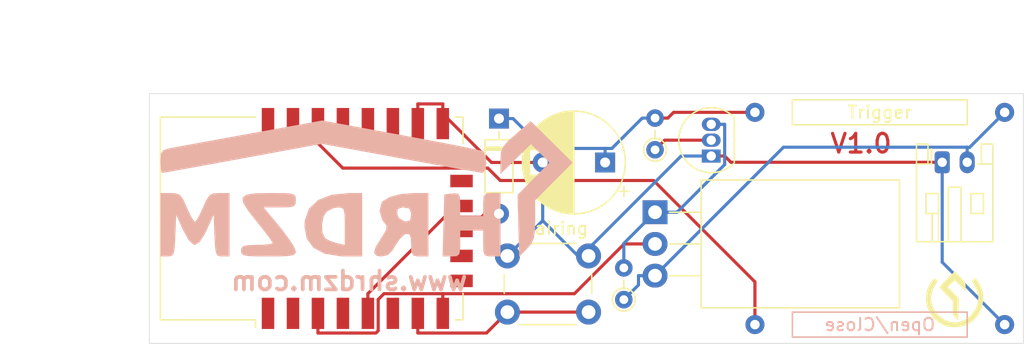
<source format=kicad_pcb>
(kicad_pcb (version 20171130) (host pcbnew "(5.1.9)-1")

  (general
    (thickness 1.6)
    (drawings 8)
    (tracks 72)
    (zones 0)
    (modules 13)
    (nets 25)
  )

  (page A4)
  (layers
    (0 F.Cu signal)
    (31 B.Cu signal)
    (32 B.Adhes user)
    (33 F.Adhes user)
    (34 B.Paste user)
    (35 F.Paste user)
    (36 B.SilkS user)
    (37 F.SilkS user)
    (38 B.Mask user)
    (39 F.Mask user)
    (40 Dwgs.User user)
    (41 Cmts.User user)
    (42 Eco1.User user)
    (43 Eco2.User user)
    (44 Edge.Cuts user)
    (45 Margin user)
    (46 B.CrtYd user)
    (47 F.CrtYd user)
    (48 B.Fab user)
    (49 F.Fab user)
  )

  (setup
    (last_trace_width 0.25)
    (trace_clearance 0.2)
    (zone_clearance 0.508)
    (zone_45_only no)
    (trace_min 0.2)
    (via_size 0.8)
    (via_drill 0.4)
    (via_min_size 0.4)
    (via_min_drill 0.3)
    (uvia_size 0.3)
    (uvia_drill 0.1)
    (uvias_allowed no)
    (uvia_min_size 0.2)
    (uvia_min_drill 0.1)
    (edge_width 0.05)
    (segment_width 0.2)
    (pcb_text_width 0.3)
    (pcb_text_size 1.5 1.5)
    (mod_edge_width 0.12)
    (mod_text_size 1 1)
    (mod_text_width 0.15)
    (pad_size 1.524 1.524)
    (pad_drill 0.762)
    (pad_to_mask_clearance 0)
    (aux_axis_origin 0 0)
    (visible_elements 7FFFFFFF)
    (pcbplotparams
      (layerselection 0x010fc_ffffffff)
      (usegerberextensions false)
      (usegerberattributes true)
      (usegerberadvancedattributes true)
      (creategerberjobfile true)
      (excludeedgelayer true)
      (linewidth 0.100000)
      (plotframeref false)
      (viasonmask false)
      (mode 1)
      (useauxorigin false)
      (hpglpennumber 1)
      (hpglpenspeed 20)
      (hpglpendiameter 15.000000)
      (psnegative false)
      (psa4output false)
      (plotreference true)
      (plotvalue true)
      (plotinvisibletext false)
      (padsonsilk false)
      (subtractmaskfromsilk false)
      (outputformat 1)
      (mirror false)
      (drillshape 1)
      (scaleselection 1)
      (outputdirectory ""))
  )

  (net 0 "")
  (net 1 "Net-(C1-Pad1)")
  (net 2 GND)
  (net 3 "Net-(D1-Pad2)")
  (net 4 +3V3)
  (net 5 "Net-(Q2-Pad2)")
  (net 6 "Net-(SW2-Pad1)")
  (net 7 "Net-(SW3-Pad1)")
  (net 8 "Net-(U1-Pad1)")
  (net 9 "Net-(U1-Pad2)")
  (net 10 "Net-(U1-Pad4)")
  (net 11 "Net-(U1-Pad6)")
  (net 12 "Net-(U1-Pad9)")
  (net 13 "Net-(U1-Pad10)")
  (net 14 "Net-(U1-Pad11)")
  (net 15 "Net-(U1-Pad12)")
  (net 16 "Net-(U1-Pad13)")
  (net 17 "Net-(U1-Pad14)")
  (net 18 "Net-(U1-Pad17)")
  (net 19 "Net-(U1-Pad18)")
  (net 20 "Net-(U1-Pad19)")
  (net 21 "Net-(U1-Pad21)")
  (net 22 "Net-(U1-Pad22)")
  (net 23 "Net-(Q1-Pad2)")
  (net 24 "Net-(Q1-Pad3)")

  (net_class Default "This is the default net class."
    (clearance 0.2)
    (trace_width 0.25)
    (via_dia 0.8)
    (via_drill 0.4)
    (uvia_dia 0.3)
    (uvia_drill 0.1)
    (add_net +3V3)
    (add_net GND)
    (add_net "Net-(C1-Pad1)")
    (add_net "Net-(D1-Pad2)")
    (add_net "Net-(Q1-Pad2)")
    (add_net "Net-(Q1-Pad3)")
    (add_net "Net-(Q2-Pad2)")
    (add_net "Net-(SW2-Pad1)")
    (add_net "Net-(SW3-Pad1)")
    (add_net "Net-(U1-Pad1)")
    (add_net "Net-(U1-Pad10)")
    (add_net "Net-(U1-Pad11)")
    (add_net "Net-(U1-Pad12)")
    (add_net "Net-(U1-Pad13)")
    (add_net "Net-(U1-Pad14)")
    (add_net "Net-(U1-Pad17)")
    (add_net "Net-(U1-Pad18)")
    (add_net "Net-(U1-Pad19)")
    (add_net "Net-(U1-Pad2)")
    (add_net "Net-(U1-Pad21)")
    (add_net "Net-(U1-Pad22)")
    (add_net "Net-(U1-Pad4)")
    (add_net "Net-(U1-Pad6)")
    (add_net "Net-(U1-Pad9)")
  )

  (module "SHRDZM:SHRDZM 33x11" (layer B.Cu) (tedit 0) (tstamp 6058FE3F)
    (at 54 50.5 180)
    (fp_text reference G2 (at 0 0) (layer B.SilkS) hide
      (effects (font (size 1.524 1.524) (thickness 0.3)) (justify mirror))
    )
    (fp_text value LOGO (at 0.75 0) (layer B.SilkS) hide
      (effects (font (size 1.524 1.524) (thickness 0.3)) (justify mirror))
    )
    (fp_poly (pts (xy -11.834091 4.24028) (xy -11.189823 3.659697) (xy -10.826172 3.229197) (xy -10.663573 2.809819)
      (xy -10.622463 2.262601) (xy -10.621818 2.123008) (xy -10.621818 1.054867) (xy -11.839933 2.257851)
      (xy -13.058048 3.460834) (xy -13.801539 2.717343) (xy -14.545029 1.973852) (xy -13.267906 0.683262)
      (xy -11.990782 -0.607328) (xy -12.056755 -3.090599) (xy -12.122727 -5.573871) (xy -12.757727 -4.910209)
      (xy -13.100825 -4.500821) (xy -13.292543 -4.07639) (xy -13.37559 -3.484816) (xy -13.392727 -2.648614)
      (xy -13.392727 -1.05068) (xy -14.893628 0.461811) (xy -16.39453 1.974302) (xy -13.046364 5.289412)
      (xy -11.834091 4.24028)) (layer B.SilkS) (width 0.01))
    (fp_poly (pts (xy -9.484909 -0.498292) (xy -9.287451 -0.695944) (xy -9.237457 -1.187122) (xy -9.236364 -1.385454)
      (xy -9.236364 -2.309091) (xy -7.389091 -2.309091) (xy -7.389091 -1.370117) (xy -7.364956 -0.775193)
      (xy -7.233747 -0.521424) (xy -6.907262 -0.488531) (xy -6.754091 -0.504208) (xy -6.119091 -0.577272)
      (xy -6.053552 -3.059545) (xy -5.988012 -5.541818) (xy -6.688552 -5.541818) (xy -7.119278 -5.512352)
      (xy -7.32328 -5.340367) (xy -7.385084 -4.900487) (xy -7.389091 -4.502727) (xy -7.389091 -3.463636)
      (xy -9.236364 -3.463636) (xy -9.236364 -4.502727) (xy -9.256445 -5.14168) (xy -9.37239 -5.444309)
      (xy -9.667753 -5.535944) (xy -9.929091 -5.541818) (xy -10.621818 -5.541818) (xy -10.621818 -0.461818)
      (xy -9.929091 -0.461818) (xy -9.484909 -0.498292)) (layer B.SilkS) (width 0.01))
    (fp_poly (pts (xy -2.642837 -0.546235) (xy -1.764684 -0.776401) (xy -1.193038 -1.117685) (xy -1.105054 -1.226718)
      (xy -0.93439 -1.882505) (xy -1.127254 -2.569532) (xy -1.290102 -2.793121) (xy -1.491165 -3.07761)
      (xy -1.479224 -3.371679) (xy -1.227204 -3.825884) (xy -1.059193 -4.077178) (xy -0.615248 -4.812785)
      (xy -0.49648 -5.268546) (xy -0.704158 -5.493792) (xy -1.096818 -5.541194) (xy -1.58461 -5.436356)
      (xy -1.972164 -5.051108) (xy -2.193636 -4.67801) (xy -2.572771 -4.120334) (xy -2.957725 -3.777117)
      (xy -3.059545 -3.738066) (xy -3.321578 -3.769813) (xy -3.439795 -4.068632) (xy -3.463636 -4.60125)
      (xy -3.489728 -5.200492) (xy -3.632454 -5.469616) (xy -3.988494 -5.539887) (xy -4.156364 -5.541818)
      (xy -4.849091 -5.541818) (xy -4.849091 -2.209696) (xy -3.463636 -2.209696) (xy -3.388255 -2.642177)
      (xy -3.083953 -2.743785) (xy -2.944091 -2.729241) (xy -2.477274 -2.466292) (xy -2.350758 -2.135909)
      (xy -2.38173 -1.747837) (xy -2.711239 -1.621022) (xy -2.870304 -1.616363) (xy -3.316807 -1.70486)
      (xy -3.459257 -2.062941) (xy -3.463636 -2.209696) (xy -4.849091 -2.209696) (xy -4.849091 -0.461818)
      (xy -3.709578 -0.461818) (xy -2.642837 -0.546235)) (layer B.SilkS) (width 0.01))
    (fp_poly (pts (xy 1.443182 -0.463106) (xy 2.892018 -0.603587) (xy 3.980493 -1.017315) (xy 4.701492 -1.699123)
      (xy 5.0479 -2.64384) (xy 5.08 -3.104872) (xy 4.899507 -4.116709) (xy 4.354574 -4.8559)
      (xy 3.440015 -5.326202) (xy 2.150647 -5.53137) (xy 1.716786 -5.541818) (xy 0.461818 -5.541818)
      (xy 0.461818 -3.121672) (xy 1.847273 -3.121672) (xy 1.847273 -4.62698) (xy 2.482273 -4.475287)
      (xy 3.058327 -4.283473) (xy 3.405909 -4.09625) (xy 3.632366 -3.669201) (xy 3.681523 -3.027147)
      (xy 3.560684 -2.378403) (xy 3.331688 -1.97922) (xy 2.816415 -1.68904) (xy 2.408052 -1.616363)
      (xy 2.106819 -1.64469) (xy 1.938836 -1.799044) (xy 1.865337 -2.183485) (xy 1.847557 -2.902073)
      (xy 1.847273 -3.121672) (xy 0.461818 -3.121672) (xy 0.461818 -0.461818) (xy 1.443182 -0.463106)) (layer B.SilkS) (width 0.01))
    (fp_poly (pts (xy 9.012665 -0.486845) (xy 9.733746 -0.59657) (xy 10.04551 -0.842964) (xy 9.972067 -1.277993)
      (xy 9.537529 -1.953626) (xy 8.915182 -2.740129) (xy 8.337411 -3.461922) (xy 7.892447 -4.04747)
      (xy 7.647299 -4.407237) (xy 7.62 -4.470704) (xy 7.828873 -4.551485) (xy 8.367658 -4.605052)
      (xy 8.89 -4.618181) (xy 9.623931 -4.638226) (xy 10.006267 -4.724894) (xy 10.146455 -4.917981)
      (xy 10.16 -5.08) (xy 10.126875 -5.294643) (xy 9.970391 -5.43011) (xy 9.604881 -5.504437)
      (xy 8.944679 -5.535658) (xy 7.966364 -5.541818) (xy 6.940998 -5.533022) (xy 6.293239 -5.49612)
      (xy 5.93904 -5.415343) (xy 5.794356 -5.274919) (xy 5.772727 -5.130205) (xy 5.913733 -4.773596)
      (xy 6.289794 -4.178026) (xy 6.830471 -3.450873) (xy 7.060215 -3.167477) (xy 8.347703 -1.616363)
      (xy 7.060215 -1.616363) (xy 6.326626 -1.60185) (xy 5.942405 -1.524744) (xy 5.795266 -1.334701)
      (xy 5.772727 -1.039091) (xy 5.789188 -0.766199) (xy 5.897714 -0.596586) (xy 6.18702 -0.505696)
      (xy 6.745821 -0.468969) (xy 7.662833 -0.46185) (xy 7.858156 -0.461818) (xy 9.012665 -0.486845)) (layer B.SilkS) (width 0.01))
    (fp_poly (pts (xy 12.395429 -0.496136) (xy 12.712548 -0.670983) (xy 12.97747 -1.094195) (xy 13.205401 -1.616363)
      (xy 13.499891 -2.25622) (xy 13.747657 -2.675473) (xy 13.854545 -2.770909) (xy 14.029365 -2.576068)
      (xy 14.299208 -2.074721) (xy 14.50369 -1.616363) (xy 14.806606 -0.946186) (xy 15.073805 -0.602406)
      (xy 15.426784 -0.477186) (xy 15.804476 -0.461818) (xy 16.625455 -0.461818) (xy 16.625455 -5.541818)
      (xy 16.058298 -5.541818) (xy 15.764735 -5.515048) (xy 15.589308 -5.368948) (xy 15.494585 -5.004829)
      (xy 15.443132 -4.324002) (xy 15.423298 -3.867727) (xy 15.355455 -2.193636) (xy 14.807474 -3.405909)
      (xy 14.367728 -4.212638) (xy 13.976133 -4.590872) (xy 13.854545 -4.618181) (xy 13.483463 -4.393411)
      (xy 13.058569 -3.732945) (xy 12.901617 -3.405909) (xy 12.353636 -2.193636) (xy 12.285793 -3.867727)
      (xy 12.241738 -4.731043) (xy 12.171965 -5.231377) (xy 12.039041 -5.467418) (xy 11.805533 -5.537853)
      (xy 11.650793 -5.541818) (xy 11.083636 -5.541818) (xy 11.083636 -0.461818) (xy 11.904615 -0.461818)
      (xy 12.395429 -0.496136)) (layer B.SilkS) (width 0.01))
    (fp_poly (pts (xy 9.507674 4.282939) (xy 11.126873 3.989434) (xy 12.624181 3.716941) (xy 13.930633 3.478097)
      (xy 14.977259 3.28554) (xy 15.695094 3.151906) (xy 15.990455 3.095066) (xy 16.406115 2.953097)
      (xy 16.586503 2.656263) (xy 16.625455 2.059835) (xy 16.592207 1.488044) (xy 16.509347 1.174789)
      (xy 16.47846 1.154546) (xy 16.221645 1.194824) (xy 15.57016 1.308525) (xy 14.583428 1.484945)
      (xy 13.320871 1.713382) (xy 11.84191 1.983134) (xy 10.205968 2.283497) (xy 10.013005 2.319048)
      (xy 3.694545 3.483549) (xy -2.623915 2.319048) (xy -4.281064 2.015312) (xy -5.79457 1.741111)
      (xy -7.10359 1.507211) (xy -8.14728 1.324378) (xy -8.864797 1.203378) (xy -9.1953 1.154978)
      (xy -9.204824 1.154546) (xy -9.380197 1.357546) (xy -9.465563 1.857732) (xy -9.467273 1.9491)
      (xy -9.410457 2.521007) (xy -9.271728 2.861281) (xy -9.252347 2.876486) (xy -8.977171 2.951304)
      (xy -8.307694 3.096173) (xy -7.304101 3.299185) (xy -6.026578 3.548434) (xy -4.535311 3.83201)
      (xy -2.890485 4.138006) (xy -2.688764 4.175094) (xy 3.659894 5.34087) (xy 9.507674 4.282939)) (layer B.SilkS) (width 0.01))
  )

  (module "SHRDZM:SHRDZM Symbol 5x5" (layer F.Cu) (tedit 0) (tstamp 6058FD46)
    (at 101 59.5)
    (fp_text reference G1 (at 0 0) (layer F.SilkS) hide
      (effects (font (size 1.524 1.524) (thickness 0.3)))
    )
    (fp_text value LOGO (at 0.75 0) (layer F.SilkS) hide
      (effects (font (size 1.524 1.524) (thickness 0.3)))
    )
    (fp_poly (pts (xy -1.506686 -1.625883) (xy -1.503334 -1.622852) (xy -1.398724 -1.505223) (xy -1.412956 -1.400282)
      (xy -1.469728 -1.316374) (xy -1.75387 -0.815712) (xy -1.886962 -0.30033) (xy -1.870112 0.211618)
      (xy -1.704429 0.701978) (xy -1.391021 1.152595) (xy -1.314082 1.233002) (xy -0.864498 1.5863)
      (xy -0.389162 1.785985) (xy 0.097619 1.832058) (xy 0.581538 1.724518) (xy 1.048286 1.463366)
      (xy 1.314081 1.233002) (xy 1.655709 0.792086) (xy 1.849824 0.307945) (xy 1.895319 -0.201268)
      (xy 1.791085 -0.717399) (xy 1.536013 -1.222293) (xy 1.469727 -1.316374) (xy 1.392661 -1.44994)
      (xy 1.429417 -1.550408) (xy 1.503333 -1.622852) (xy 1.595643 -1.694892) (xy 1.669653 -1.693628)
      (xy 1.758787 -1.598696) (xy 1.896469 -1.389728) (xy 1.903109 -1.379261) (xy 2.154504 -0.894106)
      (xy 2.275576 -0.412973) (xy 2.281585 0.121397) (xy 2.159228 0.698) (xy 1.896881 1.216996)
      (xy 1.509151 1.656847) (xy 1.010647 1.996013) (xy 1.009923 1.996385) (xy 0.657971 2.119791)
      (xy 0.226438 2.189529) (xy -0.218985 2.201228) (xy -0.612607 2.150515) (xy -0.738348 2.112708)
      (xy -1.277564 1.834626) (xy -1.717995 1.449179) (xy -2.044617 0.977102) (xy -2.242407 0.439127)
      (xy -2.297949 -0.039688) (xy -2.260217 -0.53047) (xy -2.125067 -0.969971) (xy -1.902146 -1.380781)
      (xy -1.762284 -1.59393) (xy -1.672115 -1.692258) (xy -1.598096 -1.696122) (xy -1.506686 -1.625883)) (layer F.SilkS) (width 0.01))
    (fp_poly (pts (xy 0.436196 -1.825987) (xy 0.66022 -1.596669) (xy 0.791224 -1.429677) (xy 0.853769 -1.280676)
      (xy 0.872417 -1.105331) (xy 0.873125 -1.037298) (xy 0.873125 -0.680111) (xy 0.43736 -1.110462)
      (xy 0.001596 -1.540814) (xy -0.278011 -1.269809) (xy -0.557617 -0.998804) (xy 0.322975 -0.108926)
      (xy 0.300394 0.784464) (xy 0.277812 1.677854) (xy 0.059531 1.44974) (xy -0.057965 1.309741)
      (xy -0.123848 1.16476) (xy -0.15261 0.9629) (xy -0.15875 0.668051) (xy -0.15875 0.114476)
      (xy -0.674688 -0.396875) (xy -0.902046 -0.630826) (xy -1.078259 -0.828545) (xy -1.177694 -0.960471)
      (xy -1.190625 -0.991882) (xy -1.137382 -1.079261) (xy -0.993484 -1.249778) (xy -0.782674 -1.476507)
      (xy -0.595679 -1.666512) (xy -0.000732 -2.257487) (xy 0.436196 -1.825987)) (layer F.SilkS) (width 0.01))
  )

  (module Package_TO_SOT_THT:TO-92_Inline (layer F.Cu) (tedit 5A1DD157) (tstamp 6058CE04)
    (at 81.5 48 90)
    (descr "TO-92 leads in-line, narrow, oval pads, drill 0.75mm (see NXP sot054_po.pdf)")
    (tags "to-92 sc-43 sc-43a sot54 PA33 transistor")
    (path /6057A176)
    (fp_text reference Q1 (at 1.27 -3.56 90) (layer F.SilkS) hide
      (effects (font (size 1 1) (thickness 0.15)))
    )
    (fp_text value 2N2222 (at 1.27 2.79 90) (layer F.Fab)
      (effects (font (size 1 1) (thickness 0.15)))
    )
    (fp_line (start -0.53 1.85) (end 3.07 1.85) (layer F.SilkS) (width 0.12))
    (fp_line (start -0.5 1.75) (end 3 1.75) (layer F.Fab) (width 0.1))
    (fp_line (start -1.46 -2.73) (end 4 -2.73) (layer F.CrtYd) (width 0.05))
    (fp_line (start -1.46 -2.73) (end -1.46 2.01) (layer F.CrtYd) (width 0.05))
    (fp_line (start 4 2.01) (end 4 -2.73) (layer F.CrtYd) (width 0.05))
    (fp_line (start 4 2.01) (end -1.46 2.01) (layer F.CrtYd) (width 0.05))
    (fp_arc (start 1.27 0) (end 1.27 -2.6) (angle 135) (layer F.SilkS) (width 0.12))
    (fp_arc (start 1.27 0) (end 1.27 -2.48) (angle -135) (layer F.Fab) (width 0.1))
    (fp_arc (start 1.27 0) (end 1.27 -2.6) (angle -135) (layer F.SilkS) (width 0.12))
    (fp_arc (start 1.27 0) (end 1.27 -2.48) (angle 135) (layer F.Fab) (width 0.1))
    (fp_text user %R (at 1.27 0 90) (layer F.Fab)
      (effects (font (size 1 1) (thickness 0.15)))
    )
    (pad 1 thru_hole rect (at 0 0 90) (size 1.05 1.5) (drill 0.75) (layers *.Cu *.Mask)
      (net 2 GND))
    (pad 3 thru_hole oval (at 2.54 0 90) (size 1.05 1.5) (drill 0.75) (layers *.Cu *.Mask)
      (net 24 "Net-(Q1-Pad3)"))
    (pad 2 thru_hole oval (at 1.27 0 90) (size 1.05 1.5) (drill 0.75) (layers *.Cu *.Mask)
      (net 23 "Net-(Q1-Pad2)"))
    (model ${KISYS3DMOD}/Package_TO_SOT_THT.3dshapes/TO-92_Inline.wrl
      (at (xyz 0 0 0))
      (scale (xyz 1 1 1))
      (rotate (xyz 0 0 0))
    )
  )

  (module Package_TO_SOT_THT:TO-220-3_Horizontal_TabDown (layer F.Cu) (tedit 5AC8BA0D) (tstamp 6058CE18)
    (at 77 52.5 270)
    (descr "TO-220-3, Horizontal, RM 2.54mm, see https://www.vishay.com/docs/66542/to-220-1.pdf")
    (tags "TO-220-3 Horizontal RM 2.54mm")
    (path /60578BDB)
    (fp_text reference Q2 (at 2.54 -20.58 90) (layer F.SilkS) hide
      (effects (font (size 1 1) (thickness 0.15)))
    )
    (fp_text value NDP6020P (at 2.54 2 90) (layer F.Fab)
      (effects (font (size 1 1) (thickness 0.15)))
    )
    (fp_circle (center 2.54 -16.66) (end 4.39 -16.66) (layer F.Fab) (width 0.1))
    (fp_line (start -2.46 -13.06) (end -2.46 -19.46) (layer F.Fab) (width 0.1))
    (fp_line (start -2.46 -19.46) (end 7.54 -19.46) (layer F.Fab) (width 0.1))
    (fp_line (start 7.54 -19.46) (end 7.54 -13.06) (layer F.Fab) (width 0.1))
    (fp_line (start 7.54 -13.06) (end -2.46 -13.06) (layer F.Fab) (width 0.1))
    (fp_line (start -2.46 -3.81) (end -2.46 -13.06) (layer F.Fab) (width 0.1))
    (fp_line (start -2.46 -13.06) (end 7.54 -13.06) (layer F.Fab) (width 0.1))
    (fp_line (start 7.54 -13.06) (end 7.54 -3.81) (layer F.Fab) (width 0.1))
    (fp_line (start 7.54 -3.81) (end -2.46 -3.81) (layer F.Fab) (width 0.1))
    (fp_line (start 0 -3.81) (end 0 0) (layer F.Fab) (width 0.1))
    (fp_line (start 2.54 -3.81) (end 2.54 0) (layer F.Fab) (width 0.1))
    (fp_line (start 5.08 -3.81) (end 5.08 0) (layer F.Fab) (width 0.1))
    (fp_line (start -2.58 -3.69) (end 7.66 -3.69) (layer F.SilkS) (width 0.12))
    (fp_line (start -2.58 -19.58) (end 7.66 -19.58) (layer F.SilkS) (width 0.12))
    (fp_line (start -2.58 -19.58) (end -2.58 -3.69) (layer F.SilkS) (width 0.12))
    (fp_line (start 7.66 -19.58) (end 7.66 -3.69) (layer F.SilkS) (width 0.12))
    (fp_line (start 0 -3.69) (end 0 -1.15) (layer F.SilkS) (width 0.12))
    (fp_line (start 2.54 -3.69) (end 2.54 -1.15) (layer F.SilkS) (width 0.12))
    (fp_line (start 5.08 -3.69) (end 5.08 -1.15) (layer F.SilkS) (width 0.12))
    (fp_line (start -2.71 -19.71) (end -2.71 1.25) (layer F.CrtYd) (width 0.05))
    (fp_line (start -2.71 1.25) (end 7.79 1.25) (layer F.CrtYd) (width 0.05))
    (fp_line (start 7.79 1.25) (end 7.79 -19.71) (layer F.CrtYd) (width 0.05))
    (fp_line (start 7.79 -19.71) (end -2.71 -19.71) (layer F.CrtYd) (width 0.05))
    (fp_text user %R (at 2.54 -20.58 90) (layer F.Fab) hide
      (effects (font (size 1 1) (thickness 0.15)))
    )
    (pad 3 thru_hole oval (at 5.08 0 270) (size 1.905 2) (drill 1.1) (layers *.Cu *.Mask)
      (net 4 +3V3))
    (pad 2 thru_hole oval (at 2.54 0 270) (size 1.905 2) (drill 1.1) (layers *.Cu *.Mask)
      (net 5 "Net-(Q2-Pad2)"))
    (pad 1 thru_hole rect (at 0 0 270) (size 1.905 2) (drill 1.1) (layers *.Cu *.Mask)
      (net 24 "Net-(Q1-Pad3)"))
    (pad "" np_thru_hole oval (at 2.54 -16.66 270) (size 3.5 3.5) (drill 3.5) (layers *.Cu *.Mask))
    (model ${KISYS3DMOD}/Package_TO_SOT_THT.3dshapes/TO-220-3_Horizontal_TabDown.wrl
      (at (xyz 0 0 0))
      (scale (xyz 1 1 1))
      (rotate (xyz 0 0 0))
    )
  )

  (module Capacitor_THT:CP_Radial_D8.0mm_P5.00mm (layer F.Cu) (tedit 5AE50EF0) (tstamp 6058CD9C)
    (at 73 48.515 180)
    (descr "CP, Radial series, Radial, pin pitch=5.00mm, , diameter=8mm, Electrolytic Capacitor")
    (tags "CP Radial series Radial pin pitch 5.00mm  diameter 8mm Electrolytic Capacitor")
    (path /6057B838)
    (fp_text reference C1 (at 2.5 -5.25) (layer F.SilkS) hide
      (effects (font (size 1 1) (thickness 0.15)))
    )
    (fp_text value 33uF (at 2.5 5.25) (layer F.Fab)
      (effects (font (size 1 1) (thickness 0.15)))
    )
    (fp_line (start -1.509698 -2.715) (end -1.509698 -1.915) (layer F.SilkS) (width 0.12))
    (fp_line (start -1.909698 -2.315) (end -1.109698 -2.315) (layer F.SilkS) (width 0.12))
    (fp_line (start 6.581 -0.533) (end 6.581 0.533) (layer F.SilkS) (width 0.12))
    (fp_line (start 6.541 -0.768) (end 6.541 0.768) (layer F.SilkS) (width 0.12))
    (fp_line (start 6.501 -0.948) (end 6.501 0.948) (layer F.SilkS) (width 0.12))
    (fp_line (start 6.461 -1.098) (end 6.461 1.098) (layer F.SilkS) (width 0.12))
    (fp_line (start 6.421 -1.229) (end 6.421 1.229) (layer F.SilkS) (width 0.12))
    (fp_line (start 6.381 -1.346) (end 6.381 1.346) (layer F.SilkS) (width 0.12))
    (fp_line (start 6.341 -1.453) (end 6.341 1.453) (layer F.SilkS) (width 0.12))
    (fp_line (start 6.301 -1.552) (end 6.301 1.552) (layer F.SilkS) (width 0.12))
    (fp_line (start 6.261 -1.645) (end 6.261 1.645) (layer F.SilkS) (width 0.12))
    (fp_line (start 6.221 -1.731) (end 6.221 1.731) (layer F.SilkS) (width 0.12))
    (fp_line (start 6.181 -1.813) (end 6.181 1.813) (layer F.SilkS) (width 0.12))
    (fp_line (start 6.141 -1.89) (end 6.141 1.89) (layer F.SilkS) (width 0.12))
    (fp_line (start 6.101 -1.964) (end 6.101 1.964) (layer F.SilkS) (width 0.12))
    (fp_line (start 6.061 -2.034) (end 6.061 2.034) (layer F.SilkS) (width 0.12))
    (fp_line (start 6.021 1.04) (end 6.021 2.102) (layer F.SilkS) (width 0.12))
    (fp_line (start 6.021 -2.102) (end 6.021 -1.04) (layer F.SilkS) (width 0.12))
    (fp_line (start 5.981 1.04) (end 5.981 2.166) (layer F.SilkS) (width 0.12))
    (fp_line (start 5.981 -2.166) (end 5.981 -1.04) (layer F.SilkS) (width 0.12))
    (fp_line (start 5.941 1.04) (end 5.941 2.228) (layer F.SilkS) (width 0.12))
    (fp_line (start 5.941 -2.228) (end 5.941 -1.04) (layer F.SilkS) (width 0.12))
    (fp_line (start 5.901 1.04) (end 5.901 2.287) (layer F.SilkS) (width 0.12))
    (fp_line (start 5.901 -2.287) (end 5.901 -1.04) (layer F.SilkS) (width 0.12))
    (fp_line (start 5.861 1.04) (end 5.861 2.345) (layer F.SilkS) (width 0.12))
    (fp_line (start 5.861 -2.345) (end 5.861 -1.04) (layer F.SilkS) (width 0.12))
    (fp_line (start 5.821 1.04) (end 5.821 2.4) (layer F.SilkS) (width 0.12))
    (fp_line (start 5.821 -2.4) (end 5.821 -1.04) (layer F.SilkS) (width 0.12))
    (fp_line (start 5.781 1.04) (end 5.781 2.454) (layer F.SilkS) (width 0.12))
    (fp_line (start 5.781 -2.454) (end 5.781 -1.04) (layer F.SilkS) (width 0.12))
    (fp_line (start 5.741 1.04) (end 5.741 2.505) (layer F.SilkS) (width 0.12))
    (fp_line (start 5.741 -2.505) (end 5.741 -1.04) (layer F.SilkS) (width 0.12))
    (fp_line (start 5.701 1.04) (end 5.701 2.556) (layer F.SilkS) (width 0.12))
    (fp_line (start 5.701 -2.556) (end 5.701 -1.04) (layer F.SilkS) (width 0.12))
    (fp_line (start 5.661 1.04) (end 5.661 2.604) (layer F.SilkS) (width 0.12))
    (fp_line (start 5.661 -2.604) (end 5.661 -1.04) (layer F.SilkS) (width 0.12))
    (fp_line (start 5.621 1.04) (end 5.621 2.651) (layer F.SilkS) (width 0.12))
    (fp_line (start 5.621 -2.651) (end 5.621 -1.04) (layer F.SilkS) (width 0.12))
    (fp_line (start 5.581 1.04) (end 5.581 2.697) (layer F.SilkS) (width 0.12))
    (fp_line (start 5.581 -2.697) (end 5.581 -1.04) (layer F.SilkS) (width 0.12))
    (fp_line (start 5.541 1.04) (end 5.541 2.741) (layer F.SilkS) (width 0.12))
    (fp_line (start 5.541 -2.741) (end 5.541 -1.04) (layer F.SilkS) (width 0.12))
    (fp_line (start 5.501 1.04) (end 5.501 2.784) (layer F.SilkS) (width 0.12))
    (fp_line (start 5.501 -2.784) (end 5.501 -1.04) (layer F.SilkS) (width 0.12))
    (fp_line (start 5.461 1.04) (end 5.461 2.826) (layer F.SilkS) (width 0.12))
    (fp_line (start 5.461 -2.826) (end 5.461 -1.04) (layer F.SilkS) (width 0.12))
    (fp_line (start 5.421 1.04) (end 5.421 2.867) (layer F.SilkS) (width 0.12))
    (fp_line (start 5.421 -2.867) (end 5.421 -1.04) (layer F.SilkS) (width 0.12))
    (fp_line (start 5.381 1.04) (end 5.381 2.907) (layer F.SilkS) (width 0.12))
    (fp_line (start 5.381 -2.907) (end 5.381 -1.04) (layer F.SilkS) (width 0.12))
    (fp_line (start 5.341 1.04) (end 5.341 2.945) (layer F.SilkS) (width 0.12))
    (fp_line (start 5.341 -2.945) (end 5.341 -1.04) (layer F.SilkS) (width 0.12))
    (fp_line (start 5.301 1.04) (end 5.301 2.983) (layer F.SilkS) (width 0.12))
    (fp_line (start 5.301 -2.983) (end 5.301 -1.04) (layer F.SilkS) (width 0.12))
    (fp_line (start 5.261 1.04) (end 5.261 3.019) (layer F.SilkS) (width 0.12))
    (fp_line (start 5.261 -3.019) (end 5.261 -1.04) (layer F.SilkS) (width 0.12))
    (fp_line (start 5.221 1.04) (end 5.221 3.055) (layer F.SilkS) (width 0.12))
    (fp_line (start 5.221 -3.055) (end 5.221 -1.04) (layer F.SilkS) (width 0.12))
    (fp_line (start 5.181 1.04) (end 5.181 3.09) (layer F.SilkS) (width 0.12))
    (fp_line (start 5.181 -3.09) (end 5.181 -1.04) (layer F.SilkS) (width 0.12))
    (fp_line (start 5.141 1.04) (end 5.141 3.124) (layer F.SilkS) (width 0.12))
    (fp_line (start 5.141 -3.124) (end 5.141 -1.04) (layer F.SilkS) (width 0.12))
    (fp_line (start 5.101 1.04) (end 5.101 3.156) (layer F.SilkS) (width 0.12))
    (fp_line (start 5.101 -3.156) (end 5.101 -1.04) (layer F.SilkS) (width 0.12))
    (fp_line (start 5.061 1.04) (end 5.061 3.189) (layer F.SilkS) (width 0.12))
    (fp_line (start 5.061 -3.189) (end 5.061 -1.04) (layer F.SilkS) (width 0.12))
    (fp_line (start 5.021 1.04) (end 5.021 3.22) (layer F.SilkS) (width 0.12))
    (fp_line (start 5.021 -3.22) (end 5.021 -1.04) (layer F.SilkS) (width 0.12))
    (fp_line (start 4.981 1.04) (end 4.981 3.25) (layer F.SilkS) (width 0.12))
    (fp_line (start 4.981 -3.25) (end 4.981 -1.04) (layer F.SilkS) (width 0.12))
    (fp_line (start 4.941 1.04) (end 4.941 3.28) (layer F.SilkS) (width 0.12))
    (fp_line (start 4.941 -3.28) (end 4.941 -1.04) (layer F.SilkS) (width 0.12))
    (fp_line (start 4.901 1.04) (end 4.901 3.309) (layer F.SilkS) (width 0.12))
    (fp_line (start 4.901 -3.309) (end 4.901 -1.04) (layer F.SilkS) (width 0.12))
    (fp_line (start 4.861 1.04) (end 4.861 3.338) (layer F.SilkS) (width 0.12))
    (fp_line (start 4.861 -3.338) (end 4.861 -1.04) (layer F.SilkS) (width 0.12))
    (fp_line (start 4.821 1.04) (end 4.821 3.365) (layer F.SilkS) (width 0.12))
    (fp_line (start 4.821 -3.365) (end 4.821 -1.04) (layer F.SilkS) (width 0.12))
    (fp_line (start 4.781 1.04) (end 4.781 3.392) (layer F.SilkS) (width 0.12))
    (fp_line (start 4.781 -3.392) (end 4.781 -1.04) (layer F.SilkS) (width 0.12))
    (fp_line (start 4.741 1.04) (end 4.741 3.418) (layer F.SilkS) (width 0.12))
    (fp_line (start 4.741 -3.418) (end 4.741 -1.04) (layer F.SilkS) (width 0.12))
    (fp_line (start 4.701 1.04) (end 4.701 3.444) (layer F.SilkS) (width 0.12))
    (fp_line (start 4.701 -3.444) (end 4.701 -1.04) (layer F.SilkS) (width 0.12))
    (fp_line (start 4.661 1.04) (end 4.661 3.469) (layer F.SilkS) (width 0.12))
    (fp_line (start 4.661 -3.469) (end 4.661 -1.04) (layer F.SilkS) (width 0.12))
    (fp_line (start 4.621 1.04) (end 4.621 3.493) (layer F.SilkS) (width 0.12))
    (fp_line (start 4.621 -3.493) (end 4.621 -1.04) (layer F.SilkS) (width 0.12))
    (fp_line (start 4.581 1.04) (end 4.581 3.517) (layer F.SilkS) (width 0.12))
    (fp_line (start 4.581 -3.517) (end 4.581 -1.04) (layer F.SilkS) (width 0.12))
    (fp_line (start 4.541 1.04) (end 4.541 3.54) (layer F.SilkS) (width 0.12))
    (fp_line (start 4.541 -3.54) (end 4.541 -1.04) (layer F.SilkS) (width 0.12))
    (fp_line (start 4.501 1.04) (end 4.501 3.562) (layer F.SilkS) (width 0.12))
    (fp_line (start 4.501 -3.562) (end 4.501 -1.04) (layer F.SilkS) (width 0.12))
    (fp_line (start 4.461 1.04) (end 4.461 3.584) (layer F.SilkS) (width 0.12))
    (fp_line (start 4.461 -3.584) (end 4.461 -1.04) (layer F.SilkS) (width 0.12))
    (fp_line (start 4.421 1.04) (end 4.421 3.606) (layer F.SilkS) (width 0.12))
    (fp_line (start 4.421 -3.606) (end 4.421 -1.04) (layer F.SilkS) (width 0.12))
    (fp_line (start 4.381 1.04) (end 4.381 3.627) (layer F.SilkS) (width 0.12))
    (fp_line (start 4.381 -3.627) (end 4.381 -1.04) (layer F.SilkS) (width 0.12))
    (fp_line (start 4.341 1.04) (end 4.341 3.647) (layer F.SilkS) (width 0.12))
    (fp_line (start 4.341 -3.647) (end 4.341 -1.04) (layer F.SilkS) (width 0.12))
    (fp_line (start 4.301 1.04) (end 4.301 3.666) (layer F.SilkS) (width 0.12))
    (fp_line (start 4.301 -3.666) (end 4.301 -1.04) (layer F.SilkS) (width 0.12))
    (fp_line (start 4.261 1.04) (end 4.261 3.686) (layer F.SilkS) (width 0.12))
    (fp_line (start 4.261 -3.686) (end 4.261 -1.04) (layer F.SilkS) (width 0.12))
    (fp_line (start 4.221 1.04) (end 4.221 3.704) (layer F.SilkS) (width 0.12))
    (fp_line (start 4.221 -3.704) (end 4.221 -1.04) (layer F.SilkS) (width 0.12))
    (fp_line (start 4.181 1.04) (end 4.181 3.722) (layer F.SilkS) (width 0.12))
    (fp_line (start 4.181 -3.722) (end 4.181 -1.04) (layer F.SilkS) (width 0.12))
    (fp_line (start 4.141 1.04) (end 4.141 3.74) (layer F.SilkS) (width 0.12))
    (fp_line (start 4.141 -3.74) (end 4.141 -1.04) (layer F.SilkS) (width 0.12))
    (fp_line (start 4.101 1.04) (end 4.101 3.757) (layer F.SilkS) (width 0.12))
    (fp_line (start 4.101 -3.757) (end 4.101 -1.04) (layer F.SilkS) (width 0.12))
    (fp_line (start 4.061 1.04) (end 4.061 3.774) (layer F.SilkS) (width 0.12))
    (fp_line (start 4.061 -3.774) (end 4.061 -1.04) (layer F.SilkS) (width 0.12))
    (fp_line (start 4.021 1.04) (end 4.021 3.79) (layer F.SilkS) (width 0.12))
    (fp_line (start 4.021 -3.79) (end 4.021 -1.04) (layer F.SilkS) (width 0.12))
    (fp_line (start 3.981 1.04) (end 3.981 3.805) (layer F.SilkS) (width 0.12))
    (fp_line (start 3.981 -3.805) (end 3.981 -1.04) (layer F.SilkS) (width 0.12))
    (fp_line (start 3.941 -3.821) (end 3.941 3.821) (layer F.SilkS) (width 0.12))
    (fp_line (start 3.901 -3.835) (end 3.901 3.835) (layer F.SilkS) (width 0.12))
    (fp_line (start 3.861 -3.85) (end 3.861 3.85) (layer F.SilkS) (width 0.12))
    (fp_line (start 3.821 -3.863) (end 3.821 3.863) (layer F.SilkS) (width 0.12))
    (fp_line (start 3.781 -3.877) (end 3.781 3.877) (layer F.SilkS) (width 0.12))
    (fp_line (start 3.741 -3.889) (end 3.741 3.889) (layer F.SilkS) (width 0.12))
    (fp_line (start 3.701 -3.902) (end 3.701 3.902) (layer F.SilkS) (width 0.12))
    (fp_line (start 3.661 -3.914) (end 3.661 3.914) (layer F.SilkS) (width 0.12))
    (fp_line (start 3.621 -3.925) (end 3.621 3.925) (layer F.SilkS) (width 0.12))
    (fp_line (start 3.581 -3.936) (end 3.581 3.936) (layer F.SilkS) (width 0.12))
    (fp_line (start 3.541 -3.947) (end 3.541 3.947) (layer F.SilkS) (width 0.12))
    (fp_line (start 3.501 -3.957) (end 3.501 3.957) (layer F.SilkS) (width 0.12))
    (fp_line (start 3.461 -3.967) (end 3.461 3.967) (layer F.SilkS) (width 0.12))
    (fp_line (start 3.421 -3.976) (end 3.421 3.976) (layer F.SilkS) (width 0.12))
    (fp_line (start 3.381 -3.985) (end 3.381 3.985) (layer F.SilkS) (width 0.12))
    (fp_line (start 3.341 -3.994) (end 3.341 3.994) (layer F.SilkS) (width 0.12))
    (fp_line (start 3.301 -4.002) (end 3.301 4.002) (layer F.SilkS) (width 0.12))
    (fp_line (start 3.261 -4.01) (end 3.261 4.01) (layer F.SilkS) (width 0.12))
    (fp_line (start 3.221 -4.017) (end 3.221 4.017) (layer F.SilkS) (width 0.12))
    (fp_line (start 3.18 -4.024) (end 3.18 4.024) (layer F.SilkS) (width 0.12))
    (fp_line (start 3.14 -4.03) (end 3.14 4.03) (layer F.SilkS) (width 0.12))
    (fp_line (start 3.1 -4.037) (end 3.1 4.037) (layer F.SilkS) (width 0.12))
    (fp_line (start 3.06 -4.042) (end 3.06 4.042) (layer F.SilkS) (width 0.12))
    (fp_line (start 3.02 -4.048) (end 3.02 4.048) (layer F.SilkS) (width 0.12))
    (fp_line (start 2.98 -4.052) (end 2.98 4.052) (layer F.SilkS) (width 0.12))
    (fp_line (start 2.94 -4.057) (end 2.94 4.057) (layer F.SilkS) (width 0.12))
    (fp_line (start 2.9 -4.061) (end 2.9 4.061) (layer F.SilkS) (width 0.12))
    (fp_line (start 2.86 -4.065) (end 2.86 4.065) (layer F.SilkS) (width 0.12))
    (fp_line (start 2.82 -4.068) (end 2.82 4.068) (layer F.SilkS) (width 0.12))
    (fp_line (start 2.78 -4.071) (end 2.78 4.071) (layer F.SilkS) (width 0.12))
    (fp_line (start 2.74 -4.074) (end 2.74 4.074) (layer F.SilkS) (width 0.12))
    (fp_line (start 2.7 -4.076) (end 2.7 4.076) (layer F.SilkS) (width 0.12))
    (fp_line (start 2.66 -4.077) (end 2.66 4.077) (layer F.SilkS) (width 0.12))
    (fp_line (start 2.62 -4.079) (end 2.62 4.079) (layer F.SilkS) (width 0.12))
    (fp_line (start 2.58 -4.08) (end 2.58 4.08) (layer F.SilkS) (width 0.12))
    (fp_line (start 2.54 -4.08) (end 2.54 4.08) (layer F.SilkS) (width 0.12))
    (fp_line (start 2.5 -4.08) (end 2.5 4.08) (layer F.SilkS) (width 0.12))
    (fp_line (start -0.526759 -2.1475) (end -0.526759 -1.3475) (layer F.Fab) (width 0.1))
    (fp_line (start -0.926759 -1.7475) (end -0.126759 -1.7475) (layer F.Fab) (width 0.1))
    (fp_circle (center 2.5 0) (end 6.75 0) (layer F.CrtYd) (width 0.05))
    (fp_circle (center 2.5 0) (end 6.62 0) (layer F.SilkS) (width 0.12))
    (fp_circle (center 2.5 0) (end 6.5 0) (layer F.Fab) (width 0.1))
    (fp_text user %R (at 2.5 0) (layer F.Fab)
      (effects (font (size 1 1) (thickness 0.15)))
    )
    (pad 1 thru_hole rect (at 0 0 180) (size 1.6 1.6) (drill 0.8) (layers *.Cu *.Mask)
      (net 1 "Net-(C1-Pad1)"))
    (pad 2 thru_hole circle (at 5 0 180) (size 1.6 1.6) (drill 0.8) (layers *.Cu *.Mask)
      (net 2 GND))
    (model ${KISYS3DMOD}/Capacitor_THT.3dshapes/CP_Radial_D8.0mm_P5.00mm.wrl
      (at (xyz 0 0 0))
      (scale (xyz 1 1 1))
      (rotate (xyz 0 0 0))
    )
  )

  (module Diode_THT:D_DO-35_SOD27_P7.62mm_Horizontal (layer F.Cu) (tedit 5AE50CD5) (tstamp 6058CDBB)
    (at 64.5 45 270)
    (descr "Diode, DO-35_SOD27 series, Axial, Horizontal, pin pitch=7.62mm, , length*diameter=4*2mm^2, , http://www.diodes.com/_files/packages/DO-35.pdf")
    (tags "Diode DO-35_SOD27 series Axial Horizontal pin pitch 7.62mm  length 4mm diameter 2mm")
    (path /6057A855)
    (fp_text reference D1 (at 3.81 -2.12 90) (layer F.SilkS) hide
      (effects (font (size 1 1) (thickness 0.15)))
    )
    (fp_text value 1N4148 (at 3.81 2.12 90) (layer F.Fab)
      (effects (font (size 1 1) (thickness 0.15)))
    )
    (fp_line (start 8.67 -1.25) (end -1.05 -1.25) (layer F.CrtYd) (width 0.05))
    (fp_line (start 8.67 1.25) (end 8.67 -1.25) (layer F.CrtYd) (width 0.05))
    (fp_line (start -1.05 1.25) (end 8.67 1.25) (layer F.CrtYd) (width 0.05))
    (fp_line (start -1.05 -1.25) (end -1.05 1.25) (layer F.CrtYd) (width 0.05))
    (fp_line (start 2.29 -1.12) (end 2.29 1.12) (layer F.SilkS) (width 0.12))
    (fp_line (start 2.53 -1.12) (end 2.53 1.12) (layer F.SilkS) (width 0.12))
    (fp_line (start 2.41 -1.12) (end 2.41 1.12) (layer F.SilkS) (width 0.12))
    (fp_line (start 6.58 0) (end 5.93 0) (layer F.SilkS) (width 0.12))
    (fp_line (start 1.04 0) (end 1.69 0) (layer F.SilkS) (width 0.12))
    (fp_line (start 5.93 -1.12) (end 1.69 -1.12) (layer F.SilkS) (width 0.12))
    (fp_line (start 5.93 1.12) (end 5.93 -1.12) (layer F.SilkS) (width 0.12))
    (fp_line (start 1.69 1.12) (end 5.93 1.12) (layer F.SilkS) (width 0.12))
    (fp_line (start 1.69 -1.12) (end 1.69 1.12) (layer F.SilkS) (width 0.12))
    (fp_line (start 2.31 -1) (end 2.31 1) (layer F.Fab) (width 0.1))
    (fp_line (start 2.51 -1) (end 2.51 1) (layer F.Fab) (width 0.1))
    (fp_line (start 2.41 -1) (end 2.41 1) (layer F.Fab) (width 0.1))
    (fp_line (start 7.62 0) (end 5.81 0) (layer F.Fab) (width 0.1))
    (fp_line (start 0 0) (end 1.81 0) (layer F.Fab) (width 0.1))
    (fp_line (start 5.81 -1) (end 1.81 -1) (layer F.Fab) (width 0.1))
    (fp_line (start 5.81 1) (end 5.81 -1) (layer F.Fab) (width 0.1))
    (fp_line (start 1.81 1) (end 5.81 1) (layer F.Fab) (width 0.1))
    (fp_line (start 1.81 -1) (end 1.81 1) (layer F.Fab) (width 0.1))
    (fp_text user %R (at 4.11 0 90) (layer F.Fab)
      (effects (font (size 0.8 0.8) (thickness 0.12)))
    )
    (fp_text user K (at 0 -1.8 90) (layer F.Fab) hide
      (effects (font (size 1 1) (thickness 0.15)))
    )
    (fp_text user K (at 0 -1.8 90) (layer F.SilkS) hide
      (effects (font (size 1 1) (thickness 0.15)))
    )
    (pad 1 thru_hole rect (at 0 0 270) (size 1.6 1.6) (drill 0.8) (layers *.Cu *.Mask)
      (net 1 "Net-(C1-Pad1)"))
    (pad 2 thru_hole oval (at 7.62 0 270) (size 1.6 1.6) (drill 0.8) (layers *.Cu *.Mask)
      (net 3 "Net-(D1-Pad2)"))
    (model ${KISYS3DMOD}/Diode_THT.3dshapes/D_DO-35_SOD27_P7.62mm_Horizontal.wrl
      (at (xyz 0 0 0))
      (scale (xyz 1 1 1))
      (rotate (xyz 0 0 0))
    )
  )

  (module Connector_JST:JST_PH_S2B-PH-K_1x02_P2.00mm_Horizontal (layer F.Cu) (tedit 5B7745C6) (tstamp 6058CDEA)
    (at 100 48.5)
    (descr "JST PH series connector, S2B-PH-K (http://www.jst-mfg.com/product/pdf/eng/ePH.pdf), generated with kicad-footprint-generator")
    (tags "connector JST PH top entry")
    (path /605D02B6)
    (fp_text reference J1 (at 1 -2.55) (layer F.SilkS) hide
      (effects (font (size 1 1) (thickness 0.15)))
    )
    (fp_text value Power (at 1 7.45) (layer F.Fab)
      (effects (font (size 1 1) (thickness 0.15)))
    )
    (fp_line (start 0.5 1.375) (end 0 0.875) (layer F.Fab) (width 0.1))
    (fp_line (start -0.5 1.375) (end 0.5 1.375) (layer F.Fab) (width 0.1))
    (fp_line (start 0 0.875) (end -0.5 1.375) (layer F.Fab) (width 0.1))
    (fp_line (start -0.86 0.14) (end -0.86 -1.075) (layer F.SilkS) (width 0.12))
    (fp_line (start 3.25 0.25) (end -1.25 0.25) (layer F.Fab) (width 0.1))
    (fp_line (start 3.25 -1.35) (end 3.25 0.25) (layer F.Fab) (width 0.1))
    (fp_line (start 3.95 -1.35) (end 3.25 -1.35) (layer F.Fab) (width 0.1))
    (fp_line (start 3.95 6.25) (end 3.95 -1.35) (layer F.Fab) (width 0.1))
    (fp_line (start -1.95 6.25) (end 3.95 6.25) (layer F.Fab) (width 0.1))
    (fp_line (start -1.95 -1.35) (end -1.95 6.25) (layer F.Fab) (width 0.1))
    (fp_line (start -1.25 -1.35) (end -1.95 -1.35) (layer F.Fab) (width 0.1))
    (fp_line (start -1.25 0.25) (end -1.25 -1.35) (layer F.Fab) (width 0.1))
    (fp_line (start 4.45 -1.85) (end -2.45 -1.85) (layer F.CrtYd) (width 0.05))
    (fp_line (start 4.45 6.75) (end 4.45 -1.85) (layer F.CrtYd) (width 0.05))
    (fp_line (start -2.45 6.75) (end 4.45 6.75) (layer F.CrtYd) (width 0.05))
    (fp_line (start -2.45 -1.85) (end -2.45 6.75) (layer F.CrtYd) (width 0.05))
    (fp_line (start -0.8 4.1) (end -0.8 6.36) (layer F.SilkS) (width 0.12))
    (fp_line (start -0.3 4.1) (end -0.3 6.36) (layer F.SilkS) (width 0.12))
    (fp_line (start 2.3 2.5) (end 3.3 2.5) (layer F.SilkS) (width 0.12))
    (fp_line (start 2.3 4.1) (end 2.3 2.5) (layer F.SilkS) (width 0.12))
    (fp_line (start 3.3 4.1) (end 2.3 4.1) (layer F.SilkS) (width 0.12))
    (fp_line (start 3.3 2.5) (end 3.3 4.1) (layer F.SilkS) (width 0.12))
    (fp_line (start -0.3 2.5) (end -1.3 2.5) (layer F.SilkS) (width 0.12))
    (fp_line (start -0.3 4.1) (end -0.3 2.5) (layer F.SilkS) (width 0.12))
    (fp_line (start -1.3 4.1) (end -0.3 4.1) (layer F.SilkS) (width 0.12))
    (fp_line (start -1.3 2.5) (end -1.3 4.1) (layer F.SilkS) (width 0.12))
    (fp_line (start 4.06 0.14) (end 3.14 0.14) (layer F.SilkS) (width 0.12))
    (fp_line (start -2.06 0.14) (end -1.14 0.14) (layer F.SilkS) (width 0.12))
    (fp_line (start 1.5 2) (end 1.5 6.36) (layer F.SilkS) (width 0.12))
    (fp_line (start 0.5 2) (end 1.5 2) (layer F.SilkS) (width 0.12))
    (fp_line (start 0.5 6.36) (end 0.5 2) (layer F.SilkS) (width 0.12))
    (fp_line (start 3.14 0.14) (end 2.86 0.14) (layer F.SilkS) (width 0.12))
    (fp_line (start 3.14 -1.46) (end 3.14 0.14) (layer F.SilkS) (width 0.12))
    (fp_line (start 4.06 -1.46) (end 3.14 -1.46) (layer F.SilkS) (width 0.12))
    (fp_line (start 4.06 6.36) (end 4.06 -1.46) (layer F.SilkS) (width 0.12))
    (fp_line (start -2.06 6.36) (end 4.06 6.36) (layer F.SilkS) (width 0.12))
    (fp_line (start -2.06 -1.46) (end -2.06 6.36) (layer F.SilkS) (width 0.12))
    (fp_line (start -1.14 -1.46) (end -2.06 -1.46) (layer F.SilkS) (width 0.12))
    (fp_line (start -1.14 0.14) (end -1.14 -1.46) (layer F.SilkS) (width 0.12))
    (fp_line (start -0.86 0.14) (end -1.14 0.14) (layer F.SilkS) (width 0.12))
    (fp_text user %R (at 1 2.5) (layer F.Fab)
      (effects (font (size 1 1) (thickness 0.15)))
    )
    (pad 1 thru_hole roundrect (at 0 0) (size 1.2 1.75) (drill 0.75) (layers *.Cu *.Mask) (roundrect_rratio 0.208333)
      (net 2 GND))
    (pad 2 thru_hole oval (at 2 0) (size 1.2 1.75) (drill 0.75) (layers *.Cu *.Mask)
      (net 4 +3V3))
    (model ${KISYS3DMOD}/Connector_JST.3dshapes/JST_PH_S2B-PH-K_1x02_P2.00mm_Horizontal.wrl
      (at (xyz 0 0 0))
      (scale (xyz 1 1 1))
      (rotate (xyz 0 0 0))
    )
  )

  (module Resistor_THT:R_Axial_DIN0204_L3.6mm_D1.6mm_P2.54mm_Vertical (layer F.Cu) (tedit 5AE5139B) (tstamp 6058CE27)
    (at 77 47.5 90)
    (descr "Resistor, Axial_DIN0204 series, Axial, Vertical, pin pitch=2.54mm, 0.167W, length*diameter=3.6*1.6mm^2, http://cdn-reichelt.de/documents/datenblatt/B400/1_4W%23YAG.pdf")
    (tags "Resistor Axial_DIN0204 series Axial Vertical pin pitch 2.54mm 0.167W length 3.6mm diameter 1.6mm")
    (path /6057B49C)
    (fp_text reference R1 (at 1.27 -1.92 90) (layer F.SilkS) hide
      (effects (font (size 1 1) (thickness 0.15)))
    )
    (fp_text value 10k (at 1.27 1.92 90) (layer F.Fab)
      (effects (font (size 1 1) (thickness 0.15)))
    )
    (fp_line (start 3.49 -1.05) (end -1.05 -1.05) (layer F.CrtYd) (width 0.05))
    (fp_line (start 3.49 1.05) (end 3.49 -1.05) (layer F.CrtYd) (width 0.05))
    (fp_line (start -1.05 1.05) (end 3.49 1.05) (layer F.CrtYd) (width 0.05))
    (fp_line (start -1.05 -1.05) (end -1.05 1.05) (layer F.CrtYd) (width 0.05))
    (fp_line (start 0.92 0) (end 1.54 0) (layer F.SilkS) (width 0.12))
    (fp_line (start 0 0) (end 2.54 0) (layer F.Fab) (width 0.1))
    (fp_circle (center 0 0) (end 0.92 0) (layer F.SilkS) (width 0.12))
    (fp_circle (center 0 0) (end 0.8 0) (layer F.Fab) (width 0.1))
    (fp_text user %R (at 1.27 -1.92 90) (layer F.Fab) hide
      (effects (font (size 1 1) (thickness 0.15)))
    )
    (pad 1 thru_hole circle (at 0 0 90) (size 1.4 1.4) (drill 0.7) (layers *.Cu *.Mask)
      (net 23 "Net-(Q1-Pad2)"))
    (pad 2 thru_hole oval (at 2.54 0 90) (size 1.4 1.4) (drill 0.7) (layers *.Cu *.Mask)
      (net 1 "Net-(C1-Pad1)"))
    (model ${KISYS3DMOD}/Resistor_THT.3dshapes/R_Axial_DIN0204_L3.6mm_D1.6mm_P2.54mm_Vertical.wrl
      (at (xyz 0 0 0))
      (scale (xyz 1 1 1))
      (rotate (xyz 0 0 0))
    )
  )

  (module Resistor_THT:R_Axial_DIN0204_L3.6mm_D1.6mm_P2.54mm_Vertical (layer F.Cu) (tedit 5AE5139B) (tstamp 6058CE36)
    (at 74.5 59.5 90)
    (descr "Resistor, Axial_DIN0204 series, Axial, Vertical, pin pitch=2.54mm, 0.167W, length*diameter=3.6*1.6mm^2, http://cdn-reichelt.de/documents/datenblatt/B400/1_4W%23YAG.pdf")
    (tags "Resistor Axial_DIN0204 series Axial Vertical pin pitch 2.54mm 0.167W length 3.6mm diameter 1.6mm")
    (path /6057C5A7)
    (fp_text reference R2 (at 1.27 -1.92 90) (layer F.SilkS) hide
      (effects (font (size 1 1) (thickness 0.15)))
    )
    (fp_text value 1k (at 1.27 1.92 90) (layer F.Fab)
      (effects (font (size 1 1) (thickness 0.15)))
    )
    (fp_circle (center 0 0) (end 0.8 0) (layer F.Fab) (width 0.1))
    (fp_circle (center 0 0) (end 0.92 0) (layer F.SilkS) (width 0.12))
    (fp_line (start 0 0) (end 2.54 0) (layer F.Fab) (width 0.1))
    (fp_line (start 0.92 0) (end 1.54 0) (layer F.SilkS) (width 0.12))
    (fp_line (start -1.05 -1.05) (end -1.05 1.05) (layer F.CrtYd) (width 0.05))
    (fp_line (start -1.05 1.05) (end 3.49 1.05) (layer F.CrtYd) (width 0.05))
    (fp_line (start 3.49 1.05) (end 3.49 -1.05) (layer F.CrtYd) (width 0.05))
    (fp_line (start 3.49 -1.05) (end -1.05 -1.05) (layer F.CrtYd) (width 0.05))
    (fp_text user %R (at 1.27 -1.92 90) (layer F.Fab)
      (effects (font (size 1 1) (thickness 0.15)))
    )
    (pad 2 thru_hole oval (at 2.54 0 90) (size 1.4 1.4) (drill 0.7) (layers *.Cu *.Mask)
      (net 24 "Net-(Q1-Pad3)"))
    (pad 1 thru_hole circle (at 0 0 90) (size 1.4 1.4) (drill 0.7) (layers *.Cu *.Mask)
      (net 4 +3V3))
    (model ${KISYS3DMOD}/Resistor_THT.3dshapes/R_Axial_DIN0204_L3.6mm_D1.6mm_P2.54mm_Vertical.wrl
      (at (xyz 0 0 0))
      (scale (xyz 1 1 1))
      (rotate (xyz 0 0 0))
    )
  )

  (module "SHRDZM:Magnetic Reed Relay" (layer F.Cu) (tedit 6052FCBF) (tstamp 6058CE40)
    (at 95 44.5 180)
    (path /6058584E)
    (fp_text reference SW1 (at 0 2) (layer F.SilkS) hide
      (effects (font (size 1 1) (thickness 0.15)))
    )
    (fp_text value Trigger (at 0 0) (layer F.SilkS)
      (effects (font (size 1 1) (thickness 0.15)))
    )
    (fp_line (start -7 1) (end -7 -1) (layer F.SilkS) (width 0.12))
    (fp_line (start 7 1) (end -7 1) (layer F.SilkS) (width 0.12))
    (fp_line (start 7 -1) (end 7 1) (layer F.SilkS) (width 0.12))
    (fp_line (start -7 -1) (end 7 -1) (layer F.SilkS) (width 0.12))
    (pad 1 thru_hole circle (at -10 0 180) (size 1.524 1.524) (drill 0.762) (layers *.Cu *.Mask)
      (net 4 +3V3))
    (pad 2 thru_hole circle (at 10 0 180) (size 1.524 1.524) (drill 0.762) (layers *.Cu *.Mask)
      (net 1 "Net-(C1-Pad1)"))
    (model C:/Users/erich/Nextcloud/Diverses/KiCAD/model/MagneticSwitch.wrl
      (offset (xyz 0 0 4.5))
      (scale (xyz 0.1 0.1 0.1))
      (rotate (xyz 0 0 0))
    )
  )

  (module Button_Switch_THT:SW_PUSH_6mm (layer F.Cu) (tedit 5A02FE31) (tstamp 6058CE5F)
    (at 71.675 60.5 180)
    (descr https://www.omron.com/ecb/products/pdf/en-b3f.pdf)
    (tags "tact sw push 6mm")
    (path /6057BFC0)
    (fp_text reference SW2 (at 3.25 -2) (layer F.SilkS) hide
      (effects (font (size 1 1) (thickness 0.15)))
    )
    (fp_text value Pairing (at 2.675001 6.7) (layer F.SilkS)
      (effects (font (size 1 1) (thickness 0.15)))
    )
    (fp_circle (center 3.25 2.25) (end 1.25 2.5) (layer F.Fab) (width 0.1))
    (fp_line (start 6.75 3) (end 6.75 1.5) (layer F.SilkS) (width 0.12))
    (fp_line (start 5.5 -1) (end 1 -1) (layer F.SilkS) (width 0.12))
    (fp_line (start -0.25 1.5) (end -0.25 3) (layer F.SilkS) (width 0.12))
    (fp_line (start 1 5.5) (end 5.5 5.5) (layer F.SilkS) (width 0.12))
    (fp_line (start 8 -1.25) (end 8 5.75) (layer F.CrtYd) (width 0.05))
    (fp_line (start 7.75 6) (end -1.25 6) (layer F.CrtYd) (width 0.05))
    (fp_line (start -1.5 5.75) (end -1.5 -1.25) (layer F.CrtYd) (width 0.05))
    (fp_line (start -1.25 -1.5) (end 7.75 -1.5) (layer F.CrtYd) (width 0.05))
    (fp_line (start -1.5 6) (end -1.25 6) (layer F.CrtYd) (width 0.05))
    (fp_line (start -1.5 5.75) (end -1.5 6) (layer F.CrtYd) (width 0.05))
    (fp_line (start -1.5 -1.5) (end -1.25 -1.5) (layer F.CrtYd) (width 0.05))
    (fp_line (start -1.5 -1.25) (end -1.5 -1.5) (layer F.CrtYd) (width 0.05))
    (fp_line (start 8 -1.5) (end 8 -1.25) (layer F.CrtYd) (width 0.05))
    (fp_line (start 7.75 -1.5) (end 8 -1.5) (layer F.CrtYd) (width 0.05))
    (fp_line (start 8 6) (end 8 5.75) (layer F.CrtYd) (width 0.05))
    (fp_line (start 7.75 6) (end 8 6) (layer F.CrtYd) (width 0.05))
    (fp_line (start 0.25 -0.75) (end 3.25 -0.75) (layer F.Fab) (width 0.1))
    (fp_line (start 0.25 5.25) (end 0.25 -0.75) (layer F.Fab) (width 0.1))
    (fp_line (start 6.25 5.25) (end 0.25 5.25) (layer F.Fab) (width 0.1))
    (fp_line (start 6.25 -0.75) (end 6.25 5.25) (layer F.Fab) (width 0.1))
    (fp_line (start 3.25 -0.75) (end 6.25 -0.75) (layer F.Fab) (width 0.1))
    (fp_text user %R (at 3.25 2.25) (layer F.Fab)
      (effects (font (size 1 1) (thickness 0.15)))
    )
    (pad 2 thru_hole circle (at 0 4.5 270) (size 2 2) (drill 1.1) (layers *.Cu *.Mask)
      (net 2 GND))
    (pad 1 thru_hole circle (at 0 0 270) (size 2 2) (drill 1.1) (layers *.Cu *.Mask)
      (net 6 "Net-(SW2-Pad1)"))
    (pad 2 thru_hole circle (at 6.5 4.5 270) (size 2 2) (drill 1.1) (layers *.Cu *.Mask)
      (net 2 GND))
    (pad 1 thru_hole circle (at 6.5 0 270) (size 2 2) (drill 1.1) (layers *.Cu *.Mask)
      (net 6 "Net-(SW2-Pad1)"))
    (model ${KISYS3DMOD}/Button_Switch_THT.3dshapes/SW_PUSH_6mm.wrl
      (at (xyz 0 0 0))
      (scale (xyz 1 1 1))
      (rotate (xyz 0 0 0))
    )
  )

  (module "SHRDZM:Magnetic Reed Relay" (layer B.Cu) (tedit 6052FCBF) (tstamp 6058CE69)
    (at 95 61.5)
    (path /60590287)
    (fp_text reference SW3 (at 0 -2) (layer B.SilkS) hide
      (effects (font (size 1 1) (thickness 0.15)) (justify mirror))
    )
    (fp_text value Open/Close (at 0 0) (layer B.SilkS)
      (effects (font (size 1 1) (thickness 0.15)) (justify mirror))
    )
    (fp_line (start -7 1) (end 7 1) (layer B.SilkS) (width 0.12))
    (fp_line (start 7 1) (end 7 -1) (layer B.SilkS) (width 0.12))
    (fp_line (start 7 -1) (end -7 -1) (layer B.SilkS) (width 0.12))
    (fp_line (start -7 -1) (end -7 1) (layer B.SilkS) (width 0.12))
    (pad 2 thru_hole circle (at 10 0) (size 1.524 1.524) (drill 0.762) (layers *.Cu *.Mask)
      (net 2 GND))
    (pad 1 thru_hole circle (at -10 0) (size 1.524 1.524) (drill 0.762) (layers *.Cu *.Mask)
      (net 7 "Net-(SW3-Pad1)"))
    (model C:/Users/erich/Nextcloud/Diverses/KiCAD/model/MagneticSwitch.wrl
      (offset (xyz 0 0 1))
      (scale (xyz 0.1 0.1 0.1))
      (rotate (xyz 0 0 0))
    )
  )

  (module RF_Module:ESP-12E (layer F.Cu) (tedit 5A030172) (tstamp 6058CEA4)
    (at 49.5 53 90)
    (descr "Wi-Fi Module, http://wiki.ai-thinker.com/_media/esp8266/docs/aithinker_esp_12f_datasheet_en.pdf")
    (tags "Wi-Fi Module")
    (path /6057C8AC)
    (attr smd)
    (fp_text reference U1 (at -10.56 -5.26 90) (layer F.SilkS) hide
      (effects (font (size 1 1) (thickness 0.15)))
    )
    (fp_text value ESP-12F (at -0.06 -12.78 90) (layer F.Fab)
      (effects (font (size 1 1) (thickness 0.15)))
    )
    (fp_line (start 5.56 -4.8) (end 8.12 -7.36) (layer Dwgs.User) (width 0.12))
    (fp_line (start 2.56 -4.8) (end 8.12 -10.36) (layer Dwgs.User) (width 0.12))
    (fp_line (start -0.44 -4.8) (end 6.88 -12.12) (layer Dwgs.User) (width 0.12))
    (fp_line (start -3.44 -4.8) (end 3.88 -12.12) (layer Dwgs.User) (width 0.12))
    (fp_line (start -6.44 -4.8) (end 0.88 -12.12) (layer Dwgs.User) (width 0.12))
    (fp_line (start -8.12 -6.12) (end -2.12 -12.12) (layer Dwgs.User) (width 0.12))
    (fp_line (start -8.12 -9.12) (end -5.12 -12.12) (layer Dwgs.User) (width 0.12))
    (fp_line (start -8.12 -4.8) (end -8.12 -12.12) (layer Dwgs.User) (width 0.12))
    (fp_line (start 8.12 -4.8) (end -8.12 -4.8) (layer Dwgs.User) (width 0.12))
    (fp_line (start 8.12 -12.12) (end 8.12 -4.8) (layer Dwgs.User) (width 0.12))
    (fp_line (start -8.12 -12.12) (end 8.12 -12.12) (layer Dwgs.User) (width 0.12))
    (fp_line (start -8.12 -4.5) (end -8.73 -4.5) (layer F.SilkS) (width 0.12))
    (fp_line (start -8.12 -4.5) (end -8.12 -12.12) (layer F.SilkS) (width 0.12))
    (fp_line (start -8.12 12.12) (end -8.12 11.5) (layer F.SilkS) (width 0.12))
    (fp_line (start -6 12.12) (end -8.12 12.12) (layer F.SilkS) (width 0.12))
    (fp_line (start 8.12 12.12) (end 6 12.12) (layer F.SilkS) (width 0.12))
    (fp_line (start 8.12 11.5) (end 8.12 12.12) (layer F.SilkS) (width 0.12))
    (fp_line (start 8.12 -12.12) (end 8.12 -4.5) (layer F.SilkS) (width 0.12))
    (fp_line (start -8.12 -12.12) (end 8.12 -12.12) (layer F.SilkS) (width 0.12))
    (fp_line (start -9.05 13.1) (end -9.05 -12.2) (layer F.CrtYd) (width 0.05))
    (fp_line (start 9.05 13.1) (end -9.05 13.1) (layer F.CrtYd) (width 0.05))
    (fp_line (start 9.05 -12.2) (end 9.05 13.1) (layer F.CrtYd) (width 0.05))
    (fp_line (start -9.05 -12.2) (end 9.05 -12.2) (layer F.CrtYd) (width 0.05))
    (fp_line (start -8 -4) (end -8 -12) (layer F.Fab) (width 0.12))
    (fp_line (start -7.5 -3.5) (end -8 -4) (layer F.Fab) (width 0.12))
    (fp_line (start -8 -3) (end -7.5 -3.5) (layer F.Fab) (width 0.12))
    (fp_line (start -8 12) (end -8 -3) (layer F.Fab) (width 0.12))
    (fp_line (start 8 12) (end -8 12) (layer F.Fab) (width 0.12))
    (fp_line (start 8 -12) (end 8 12) (layer F.Fab) (width 0.12))
    (fp_line (start -8 -12) (end 8 -12) (layer F.Fab) (width 0.12))
    (fp_text user Antenna (at -0.06 -7 270) (layer Cmts.User)
      (effects (font (size 1 1) (thickness 0.15)))
    )
    (fp_text user "KEEP-OUT ZONE" (at 0.03 -9.55 270) (layer Cmts.User)
      (effects (font (size 1 1) (thickness 0.15)))
    )
    (fp_text user %R (at 0.49 -0.8 90) (layer F.Fab)
      (effects (font (size 1 1) (thickness 0.15)))
    )
    (pad 1 smd rect (at -7.6 -3.5 90) (size 2.5 1) (layers F.Cu F.Paste F.Mask)
      (net 8 "Net-(U1-Pad1)"))
    (pad 2 smd rect (at -7.6 -1.5 90) (size 2.5 1) (layers F.Cu F.Paste F.Mask)
      (net 9 "Net-(U1-Pad2)"))
    (pad 3 smd rect (at -7.6 0.5 90) (size 2.5 1) (layers F.Cu F.Paste F.Mask)
      (net 5 "Net-(Q2-Pad2)"))
    (pad 4 smd rect (at -7.6 2.5 90) (size 2.5 1) (layers F.Cu F.Paste F.Mask)
      (net 10 "Net-(U1-Pad4)"))
    (pad 5 smd rect (at -7.6 4.5 90) (size 2.5 1) (layers F.Cu F.Paste F.Mask)
      (net 3 "Net-(D1-Pad2)"))
    (pad 6 smd rect (at -7.6 6.5 90) (size 2.5 1) (layers F.Cu F.Paste F.Mask)
      (net 11 "Net-(U1-Pad6)"))
    (pad 7 smd rect (at -7.6 8.5 90) (size 2.5 1) (layers F.Cu F.Paste F.Mask)
      (net 6 "Net-(SW2-Pad1)"))
    (pad 8 smd rect (at -7.6 10.5 90) (size 2.5 1) (layers F.Cu F.Paste F.Mask)
      (net 5 "Net-(Q2-Pad2)"))
    (pad 9 smd rect (at -5 12 90) (size 1 1.8) (layers F.Cu F.Paste F.Mask)
      (net 12 "Net-(U1-Pad9)"))
    (pad 10 smd rect (at -3 12 90) (size 1 1.8) (layers F.Cu F.Paste F.Mask)
      (net 13 "Net-(U1-Pad10)"))
    (pad 11 smd rect (at -1 12 90) (size 1 1.8) (layers F.Cu F.Paste F.Mask)
      (net 14 "Net-(U1-Pad11)"))
    (pad 12 smd rect (at 1 12 90) (size 1 1.8) (layers F.Cu F.Paste F.Mask)
      (net 15 "Net-(U1-Pad12)"))
    (pad 13 smd rect (at 3 12 90) (size 1 1.8) (layers F.Cu F.Paste F.Mask)
      (net 16 "Net-(U1-Pad13)"))
    (pad 14 smd rect (at 5 12 90) (size 1 1.8) (layers F.Cu F.Paste F.Mask)
      (net 17 "Net-(U1-Pad14)"))
    (pad 15 smd rect (at 7.6 10.5 90) (size 2.5 1) (layers F.Cu F.Paste F.Mask)
      (net 2 GND))
    (pad 16 smd rect (at 7.6 8.5 90) (size 2.5 1) (layers F.Cu F.Paste F.Mask)
      (net 2 GND))
    (pad 17 smd rect (at 7.6 6.5 90) (size 2.5 1) (layers F.Cu F.Paste F.Mask)
      (net 18 "Net-(U1-Pad17)"))
    (pad 18 smd rect (at 7.6 4.5 90) (size 2.5 1) (layers F.Cu F.Paste F.Mask)
      (net 19 "Net-(U1-Pad18)"))
    (pad 19 smd rect (at 7.6 2.5 90) (size 2.5 1) (layers F.Cu F.Paste F.Mask)
      (net 20 "Net-(U1-Pad19)"))
    (pad 20 smd rect (at 7.6 0.5 90) (size 2.5 1) (layers F.Cu F.Paste F.Mask)
      (net 7 "Net-(SW3-Pad1)"))
    (pad 21 smd rect (at 7.6 -1.5 90) (size 2.5 1) (layers F.Cu F.Paste F.Mask)
      (net 21 "Net-(U1-Pad21)"))
    (pad 22 smd rect (at 7.6 -3.5 90) (size 2.5 1) (layers F.Cu F.Paste F.Mask)
      (net 22 "Net-(U1-Pad22)"))
    (model ${KISYS3DMOD}/RF_Module.3dshapes/ESP-12E.wrl
      (at (xyz 0 0 0))
      (scale (xyz 1 1 1))
      (rotate (xyz 0 0 0))
    )
  )

  (gr_text V1.0 (at 93.5 47) (layer F.Cu)
    (effects (font (size 1.5 1.5) (thickness 0.25)))
  )
  (gr_text www.shrdzm.com (at 52.5 58) (layer B.SilkS)
    (effects (font (size 1.5 1.5) (thickness 0.3)) (justify mirror))
  )
  (gr_line (start 106.5 63) (end 106.5 43) (layer Edge.Cuts) (width 0.05) (tstamp 6058F480))
  (gr_line (start 36.5 63) (end 106.5 63) (layer Edge.Cuts) (width 0.05))
  (gr_line (start 36.5 43) (end 36.5 63) (layer Edge.Cuts) (width 0.05))
  (gr_line (start 36.5 43) (end 106.5 43) (layer Edge.Cuts) (width 0.05))
  (dimension 20 (width 0.15) (layer Dwgs.User)
    (gr_text "20,000 mm" (at 28.2 53 270) (layer Dwgs.User)
      (effects (font (size 1 1) (thickness 0.15)))
    )
    (feature1 (pts (xy 36.5 63) (xy 28.913579 63)))
    (feature2 (pts (xy 36.5 43) (xy 28.913579 43)))
    (crossbar (pts (xy 29.5 43) (xy 29.5 63)))
    (arrow1a (pts (xy 29.5 63) (xy 28.913579 61.873496)))
    (arrow1b (pts (xy 29.5 63) (xy 30.086421 61.873496)))
    (arrow2a (pts (xy 29.5 43) (xy 28.913579 44.126504)))
    (arrow2b (pts (xy 29.5 43) (xy 30.086421 44.126504)))
  )
  (dimension 70 (width 0.15) (layer Dwgs.User)
    (gr_text "70,000 mm" (at 71.5 36.2) (layer Dwgs.User)
      (effects (font (size 1 1) (thickness 0.15)))
    )
    (feature1 (pts (xy 106.5 43.5) (xy 106.5 36.913579)))
    (feature2 (pts (xy 36.5 43.5) (xy 36.5 36.913579)))
    (crossbar (pts (xy 36.5 37.5) (xy 106.5 37.5)))
    (arrow1a (pts (xy 106.5 37.5) (xy 105.373496 38.086421)))
    (arrow1b (pts (xy 106.5 37.5) (xy 105.373496 36.913579)))
    (arrow2a (pts (xy 36.5 37.5) (xy 37.626504 38.086421)))
    (arrow2b (pts (xy 36.5 37.5) (xy 37.626504 36.913579)))
  )

  (segment (start 64.5 45) (end 65.6253 45) (width 0.25) (layer B.Cu) (net 1))
  (segment (start 65.6253 45) (end 68.015 47.3897) (width 0.25) (layer B.Cu) (net 1))
  (segment (start 68.015 47.3897) (end 73 47.3897) (width 0.25) (layer B.Cu) (net 1))
  (segment (start 73 48.515) (end 73 47.3897) (width 0.25) (layer B.Cu) (net 1))
  (segment (start 77 44.96) (end 75.9747 44.96) (width 0.25) (layer B.Cu) (net 1))
  (segment (start 75.9747 44.96) (end 73.545 47.3897) (width 0.25) (layer B.Cu) (net 1))
  (segment (start 73.545 47.3897) (end 73 47.3897) (width 0.25) (layer B.Cu) (net 1))
  (segment (start 77 44.96) (end 78.0253 44.96) (width 0.25) (layer F.Cu) (net 1))
  (segment (start 85 44.5) (end 78.4853 44.5) (width 0.25) (layer F.Cu) (net 1))
  (segment (start 78.4853 44.5) (end 78.0253 44.96) (width 0.25) (layer F.Cu) (net 1))
  (segment (start 60 44.6123) (end 63.9027 48.515) (width 0.25) (layer F.Cu) (net 2))
  (segment (start 63.9027 48.515) (end 68 48.515) (width 0.25) (layer F.Cu) (net 2))
  (segment (start 60 44.6123) (end 60 43.8247) (width 0.25) (layer F.Cu) (net 2))
  (segment (start 60 45.4) (end 60 44.6123) (width 0.25) (layer F.Cu) (net 2))
  (segment (start 58 45.4) (end 58 43.8247) (width 0.25) (layer F.Cu) (net 2))
  (segment (start 58 43.8247) (end 60 43.8247) (width 0.25) (layer F.Cu) (net 2))
  (segment (start 71.675 56) (end 71.675 55.4124) (width 0.25) (layer B.Cu) (net 2))
  (segment (start 71.675 55.4124) (end 79.0874 48) (width 0.25) (layer B.Cu) (net 2))
  (segment (start 79.0874 48) (end 81.5 48) (width 0.25) (layer B.Cu) (net 2))
  (segment (start 71.675 56) (end 70.825 56) (width 0.25) (layer B.Cu) (net 2))
  (segment (start 70.825 56) (end 68 53.175) (width 0.25) (layer B.Cu) (net 2))
  (segment (start 81.5 48) (end 82.5753 48) (width 0.25) (layer F.Cu) (net 2))
  (segment (start 100 48.5) (end 83.0753 48.5) (width 0.25) (layer F.Cu) (net 2))
  (segment (start 83.0753 48.5) (end 82.5753 48) (width 0.25) (layer F.Cu) (net 2))
  (segment (start 68 53.175) (end 68 48.515) (width 0.25) (layer B.Cu) (net 2))
  (segment (start 65.175 56) (end 68 53.175) (width 0.25) (layer B.Cu) (net 2))
  (segment (start 105 61.5) (end 100 56.5) (width 0.25) (layer B.Cu) (net 2))
  (segment (start 100 56.5) (end 100 48.5) (width 0.25) (layer B.Cu) (net 2))
  (segment (start 64.5 52.62) (end 63.3747 52.62) (width 0.25) (layer F.Cu) (net 3))
  (segment (start 54 60.6) (end 54 59.0247) (width 0.25) (layer F.Cu) (net 3))
  (segment (start 54 59.0247) (end 60.123 52.9017) (width 0.25) (layer F.Cu) (net 3))
  (segment (start 60.123 52.9017) (end 63.093 52.9017) (width 0.25) (layer F.Cu) (net 3))
  (segment (start 63.093 52.9017) (end 63.3747 52.62) (width 0.25) (layer F.Cu) (net 3))
  (segment (start 102 47.2997) (end 101.9938 47.2935) (width 0.25) (layer B.Cu) (net 4))
  (segment (start 101.9938 47.2935) (end 87.2865 47.2935) (width 0.25) (layer B.Cu) (net 4))
  (segment (start 87.2865 47.2935) (end 77 57.58) (width 0.25) (layer B.Cu) (net 4))
  (segment (start 102 47.4118) (end 102 47.2997) (width 0.25) (layer B.Cu) (net 4))
  (segment (start 102 48.5) (end 102 47.4118) (width 0.25) (layer B.Cu) (net 4))
  (segment (start 77 57.58) (end 75.6747 57.58) (width 0.25) (layer B.Cu) (net 4))
  (segment (start 74.5 59.5) (end 75.6747 58.3253) (width 0.25) (layer B.Cu) (net 4))
  (segment (start 75.6747 58.3253) (end 75.6747 57.58) (width 0.25) (layer B.Cu) (net 4))
  (segment (start 105 44.5) (end 102.2003 47.2997) (width 0.25) (layer B.Cu) (net 4))
  (segment (start 102.2003 47.2997) (end 102 47.2997) (width 0.25) (layer B.Cu) (net 4))
  (segment (start 50 60.6) (end 50 62.1753) (width 0.25) (layer F.Cu) (net 5))
  (segment (start 50 62.1753) (end 54.6427 62.1753) (width 0.25) (layer F.Cu) (net 5))
  (segment (start 54.6427 62.1753) (end 54.8254 61.9926) (width 0.25) (layer F.Cu) (net 5))
  (segment (start 54.8254 61.9926) (end 54.8254 59.4883) (width 0.25) (layer F.Cu) (net 5))
  (segment (start 54.8254 59.4883) (end 55.289 59.0247) (width 0.25) (layer F.Cu) (net 5))
  (segment (start 55.289 59.0247) (end 60 59.0247) (width 0.25) (layer F.Cu) (net 5))
  (segment (start 60 60.6) (end 60 59.0247) (width 0.25) (layer F.Cu) (net 5))
  (segment (start 60 59.0247) (end 70.5417 59.0247) (width 0.25) (layer F.Cu) (net 5))
  (segment (start 70.5417 59.0247) (end 74.5264 55.04) (width 0.25) (layer F.Cu) (net 5))
  (segment (start 74.5264 55.04) (end 77 55.04) (width 0.25) (layer F.Cu) (net 5))
  (segment (start 58 60.6) (end 58 62.1753) (width 0.25) (layer F.Cu) (net 6))
  (segment (start 58 62.1753) (end 63.4997 62.1753) (width 0.25) (layer F.Cu) (net 6))
  (segment (start 63.4997 62.1753) (end 65.175 60.5) (width 0.25) (layer F.Cu) (net 6))
  (segment (start 65.175 60.5) (end 71.675 60.5) (width 0.25) (layer F.Cu) (net 6))
  (segment (start 50 45.4) (end 50 46.9753) (width 0.25) (layer F.Cu) (net 7))
  (segment (start 50 46.9753) (end 51.9901 48.9654) (width 0.25) (layer F.Cu) (net 7))
  (segment (start 51.9901 48.9654) (end 63.6092 48.9654) (width 0.25) (layer F.Cu) (net 7))
  (segment (start 63.6092 48.9654) (end 64.6028 49.959) (width 0.25) (layer F.Cu) (net 7))
  (segment (start 64.6028 49.959) (end 76.8807 49.959) (width 0.25) (layer F.Cu) (net 7))
  (segment (start 76.8807 49.959) (end 85 58.0783) (width 0.25) (layer F.Cu) (net 7))
  (segment (start 85 58.0783) (end 85 61.5) (width 0.25) (layer F.Cu) (net 7))
  (segment (start 77 47.5) (end 77.77 46.73) (width 0.25) (layer F.Cu) (net 23))
  (segment (start 77.77 46.73) (end 81.5 46.73) (width 0.25) (layer F.Cu) (net 23))
  (segment (start 81.5 45.46) (end 82.5753 45.46) (width 0.25) (layer B.Cu) (net 24))
  (segment (start 77 52.5) (end 78.7604 52.5) (width 0.25) (layer B.Cu) (net 24))
  (segment (start 78.7604 52.5) (end 82.5753 48.6851) (width 0.25) (layer B.Cu) (net 24))
  (segment (start 82.5753 48.6851) (end 82.5753 45.46) (width 0.25) (layer B.Cu) (net 24))
  (segment (start 74.5 56.96) (end 74.5 55) (width 0.25) (layer B.Cu) (net 24))
  (segment (start 74.5 55) (end 77 52.5) (width 0.25) (layer B.Cu) (net 24))

)

</source>
